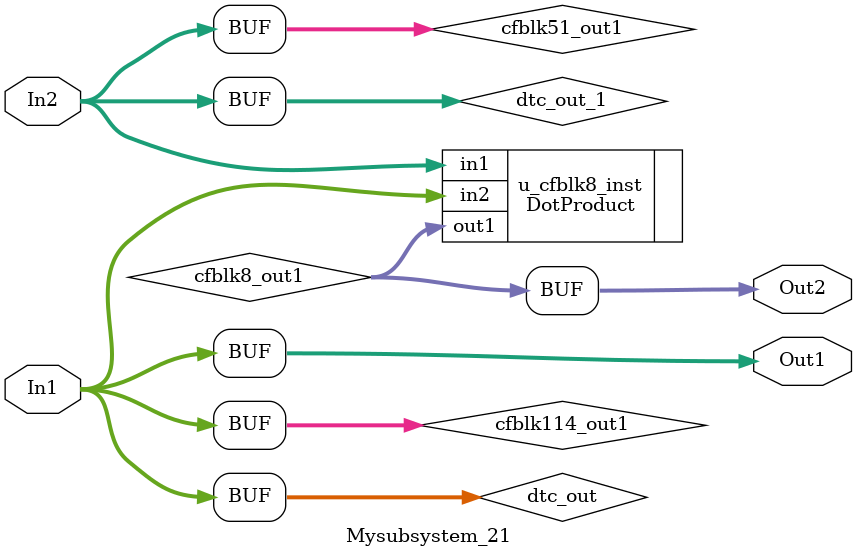
<source format=v>



`timescale 1 ns / 1 ns

module Mysubsystem_21
          (In1,
           In2,
           Out1,
           Out2);


  input   [7:0] In1;  // uint8
  input   [7:0] In2;  // uint8
  output  [7:0] Out1;  // uint8
  output  [15:0] Out2;  // uint16


  wire [7:0] dtc_out;  // ufix8
  wire [7:0] cfblk114_out1;  // uint8
  wire [7:0] dtc_out_1;  // ufix8
  wire [7:0] cfblk51_out1;  // uint8
  wire [15:0] cfblk8_out1;  // uint16


  assign dtc_out = In1;



  assign cfblk114_out1 = dtc_out;



  assign Out1 = cfblk114_out1;

  assign dtc_out_1 = In2;



  assign cfblk51_out1 = dtc_out_1;



  DotProduct u_cfblk8_inst (.in1(cfblk51_out1),  // uint8
                            .in2(cfblk114_out1),  // uint8
                            .out1(cfblk8_out1)  // uint16
                            );

  assign Out2 = cfblk8_out1;

endmodule  // Mysubsystem_21


</source>
